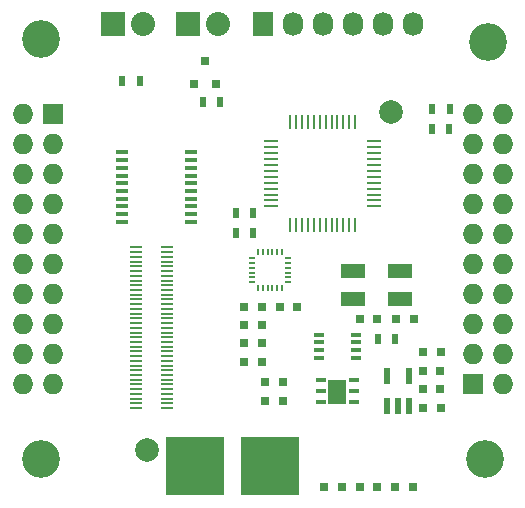
<source format=gbr>
G04 #@! TF.FileFunction,Soldermask,Top*
%FSLAX46Y46*%
G04 Gerber Fmt 4.6, Leading zero omitted, Abs format (unit mm)*
G04 Created by KiCad (PCBNEW 4.0.0-rc2-stable) date 7/27/2016 7:09:46 AM*
%MOMM*%
G01*
G04 APERTURE LIST*
%ADD10C,0.100000*%
%ADD11C,3.200000*%
%ADD12R,0.800000X0.750000*%
%ADD13R,0.797560X0.797560*%
%ADD14R,2.032000X2.032000*%
%ADD15O,2.032000X2.032000*%
%ADD16R,1.727200X1.727200*%
%ADD17O,1.727200X1.727200*%
%ADD18R,1.727200X2.032000*%
%ADD19O,1.727200X2.032000*%
%ADD20R,5.000000X5.000000*%
%ADD21R,0.800100X0.800100*%
%ADD22R,0.500000X0.900000*%
%ADD23C,1.998980*%
%ADD24R,1.137920X0.198120*%
%ADD25R,0.812800X0.406400*%
%ADD26R,1.498600X2.006600*%
%ADD27R,0.558800X1.320800*%
%ADD28R,0.600000X0.230000*%
%ADD29R,0.230000X0.600000*%
%ADD30R,0.990600X0.304800*%
%ADD31R,0.812800X0.355600*%
%ADD32R,0.250000X1.300000*%
%ADD33R,1.300000X0.250000*%
%ADD34R,2.000000X1.300000*%
G04 APERTURE END LIST*
D10*
D11*
X123984000Y-119400000D03*
X161576000Y-119400000D03*
X161830000Y-84094000D03*
X123984000Y-83840000D03*
D12*
X156355600Y-115084540D03*
X157855600Y-115084540D03*
X142982500Y-114502880D03*
X144482500Y-114502880D03*
X142969800Y-112884900D03*
X144469800Y-112884900D03*
X144216940Y-106557760D03*
X145716940Y-106557760D03*
X141214660Y-106557760D03*
X142714660Y-106557760D03*
X142699420Y-108104620D03*
X141199420Y-108104620D03*
X141222280Y-111228820D03*
X142722280Y-111228820D03*
X141222280Y-109628620D03*
X142722280Y-109628620D03*
X156355600Y-110375380D03*
X157855600Y-110375380D03*
X156325120Y-113514820D03*
X157825120Y-113514820D03*
X156325120Y-111929860D03*
X157825120Y-111929860D03*
X152483500Y-107586460D03*
X150983500Y-107586460D03*
X154079760Y-107599160D03*
X155579760Y-107599160D03*
D13*
X150976580Y-121759660D03*
X152475180Y-121759660D03*
X149457660Y-121759660D03*
X147959060Y-121759660D03*
X155477460Y-121759660D03*
X153978860Y-121759660D03*
D14*
X130080000Y-82570000D03*
D15*
X132620000Y-82570000D03*
D16*
X125000000Y-90190000D03*
D17*
X122460000Y-90190000D03*
X125000000Y-92730000D03*
X122460000Y-92730000D03*
X125000000Y-95270000D03*
X122460000Y-95270000D03*
X125000000Y-97810000D03*
X122460000Y-97810000D03*
X125000000Y-100350000D03*
X122460000Y-100350000D03*
X125000000Y-102890000D03*
X122460000Y-102890000D03*
X125000000Y-105430000D03*
X122460000Y-105430000D03*
X125000000Y-107970000D03*
X122460000Y-107970000D03*
X125000000Y-110510000D03*
X122460000Y-110510000D03*
X125000000Y-113050000D03*
X122460000Y-113050000D03*
D14*
X136430000Y-82570000D03*
D15*
X138970000Y-82570000D03*
D18*
X142780000Y-82570000D03*
D19*
X145320000Y-82570000D03*
X147860000Y-82570000D03*
X150400000Y-82570000D03*
X152940000Y-82570000D03*
X155480000Y-82570000D03*
D20*
X137065000Y-120035000D03*
X143415000Y-120035000D03*
D16*
X160560000Y-113050000D03*
D17*
X163100000Y-113050000D03*
X160560000Y-110510000D03*
X163100000Y-110510000D03*
X160560000Y-107970000D03*
X163100000Y-107970000D03*
X160560000Y-105430000D03*
X163100000Y-105430000D03*
X160560000Y-102890000D03*
X163100000Y-102890000D03*
X160560000Y-100350000D03*
X163100000Y-100350000D03*
X160560000Y-97810000D03*
X163100000Y-97810000D03*
X160560000Y-95270000D03*
X163100000Y-95270000D03*
X160560000Y-92730000D03*
X163100000Y-92730000D03*
X160560000Y-90190000D03*
X163100000Y-90190000D03*
D21*
X136940500Y-87698260D03*
X138840500Y-87698260D03*
X137890500Y-85699280D03*
D22*
X132371780Y-87375680D03*
X130871780Y-87375680D03*
X137701840Y-89222260D03*
X139201840Y-89222260D03*
X140495840Y-100245860D03*
X141995840Y-100245860D03*
X140480600Y-98579620D03*
X141980600Y-98579620D03*
X152502420Y-109245080D03*
X154002420Y-109245080D03*
X158587120Y-91462540D03*
X157087120Y-91462540D03*
X157132840Y-89816620D03*
X158632840Y-89816620D03*
D23*
X153608020Y-90002040D03*
X133008620Y-118691340D03*
D24*
X132058660Y-115102320D03*
X134697720Y-115102320D03*
X132058660Y-114701000D03*
X134697720Y-114701000D03*
X132058660Y-114302220D03*
X134697720Y-114302220D03*
X132058660Y-113900900D03*
X134697720Y-113900900D03*
X132058660Y-113502120D03*
X134697720Y-113502120D03*
X132058660Y-113100800D03*
X134697720Y-113100800D03*
X132058660Y-112702020D03*
X134697720Y-112702020D03*
X132058660Y-112300700D03*
X134697720Y-112300700D03*
X132058660Y-111901920D03*
X134697720Y-111901920D03*
X132058660Y-111500600D03*
X134697720Y-111500600D03*
X132058660Y-111101820D03*
X134697720Y-111101820D03*
X132058660Y-110700500D03*
X134697720Y-110700500D03*
X132058660Y-110301720D03*
X134697720Y-110301720D03*
X132058660Y-109900400D03*
X134697720Y-109900400D03*
X132058660Y-109501620D03*
X134697720Y-109501620D03*
X132058660Y-109100300D03*
X134697720Y-109100300D03*
X132058660Y-108701520D03*
X134697720Y-108701520D03*
X132058660Y-108300200D03*
X134697720Y-108300200D03*
X132058660Y-107901420D03*
X134697720Y-107901420D03*
X132058660Y-107500100D03*
X134697720Y-107500100D03*
X132058660Y-107101320D03*
X134697720Y-107101320D03*
X132058660Y-106700000D03*
X134697720Y-106700000D03*
X132058660Y-106301220D03*
X134697720Y-106301220D03*
X132058660Y-105902440D03*
X134697720Y-105902440D03*
X132058660Y-105501120D03*
X134697720Y-105501120D03*
X132058660Y-105102340D03*
X134697720Y-105102340D03*
X132058660Y-104701020D03*
X134697720Y-104701020D03*
X132058660Y-104302240D03*
X134697720Y-104302240D03*
X132058660Y-103900920D03*
X134697720Y-103900920D03*
X132058660Y-103502140D03*
X134697720Y-103502140D03*
X132058660Y-103100820D03*
X134697720Y-103100820D03*
X132058660Y-102702040D03*
X134697720Y-102702040D03*
X132058660Y-102300720D03*
X134697720Y-102300720D03*
X132058660Y-101901940D03*
X134697720Y-101901940D03*
X132058660Y-101500620D03*
X134697720Y-101500620D03*
D25*
X147733000Y-112745200D03*
X147733000Y-113685000D03*
X147733000Y-114624800D03*
X150527000Y-114624800D03*
X150527000Y-113685000D03*
X150527000Y-112745200D03*
D26*
X149104600Y-113710400D03*
D27*
X153270200Y-114955000D03*
X154210000Y-114955000D03*
X155149800Y-114955000D03*
X155149800Y-112415000D03*
X153270200Y-112415000D03*
D28*
X141904840Y-102425940D03*
X141904840Y-102825940D03*
X141904840Y-103225940D03*
X141904840Y-103625940D03*
X141904840Y-104025940D03*
X141904840Y-104425940D03*
D29*
X142404840Y-104925940D03*
X142804840Y-104925940D03*
X143204840Y-104925940D03*
X143604840Y-104925940D03*
X144004840Y-104925940D03*
X144404840Y-104925940D03*
D28*
X144904840Y-104425940D03*
X144904840Y-104025940D03*
X144904840Y-103625940D03*
X144904840Y-103225940D03*
X144904840Y-102825940D03*
X144904840Y-102425940D03*
D29*
X144404840Y-101925940D03*
X144004840Y-101925940D03*
X143604840Y-101925940D03*
X143204840Y-101925940D03*
X142804840Y-101925940D03*
X142404840Y-101925940D03*
D30*
X136739220Y-99310060D03*
X136739220Y-98660060D03*
X136739220Y-98010060D03*
X136739220Y-97360060D03*
X136739220Y-96710060D03*
X136739220Y-96060060D03*
X136739220Y-95410060D03*
X136739220Y-94760060D03*
X130903620Y-94760060D03*
X130903620Y-95410060D03*
X130903620Y-96060060D03*
X130903620Y-96710060D03*
X130903620Y-97360060D03*
X130903620Y-98010060D03*
X130903620Y-98660060D03*
X130903620Y-99310060D03*
X136739220Y-94110060D03*
X136739220Y-93460060D03*
X130903620Y-94110060D03*
X130903620Y-93460060D03*
D31*
X147580600Y-108884400D03*
X147580600Y-109544800D03*
X147580600Y-110205200D03*
X147580600Y-110865600D03*
X150679400Y-110865600D03*
X150679400Y-110205200D03*
X150679400Y-109544800D03*
X150679400Y-108884400D03*
D32*
X145110000Y-99620000D03*
X145610000Y-99620000D03*
X146110000Y-99620000D03*
X146610000Y-99620000D03*
X147110000Y-99620000D03*
X147610000Y-99620000D03*
X148110000Y-99620000D03*
X148610000Y-99620000D03*
X149110000Y-99620000D03*
X149610000Y-99620000D03*
X150110000Y-99620000D03*
X150610000Y-99620000D03*
D33*
X152210000Y-98020000D03*
X152210000Y-97520000D03*
X152210000Y-97020000D03*
X152210000Y-96520000D03*
X152210000Y-96020000D03*
X152210000Y-95520000D03*
X152210000Y-95020000D03*
X152210000Y-94520000D03*
X152210000Y-94020000D03*
X152210000Y-93520000D03*
X152210000Y-93020000D03*
X152210000Y-92520000D03*
D32*
X150610000Y-90920000D03*
X150110000Y-90920000D03*
X149610000Y-90920000D03*
X149110000Y-90920000D03*
X148610000Y-90920000D03*
X148110000Y-90920000D03*
X147610000Y-90920000D03*
X147110000Y-90920000D03*
X146610000Y-90920000D03*
X146110000Y-90920000D03*
X145610000Y-90920000D03*
X145110000Y-90920000D03*
D33*
X143510000Y-92520000D03*
X143510000Y-93020000D03*
X143510000Y-93520000D03*
X143510000Y-94020000D03*
X143510000Y-94520000D03*
X143510000Y-95020000D03*
X143510000Y-95520000D03*
X143510000Y-96020000D03*
X143510000Y-96520000D03*
X143510000Y-97020000D03*
X143510000Y-97520000D03*
X143510000Y-98020000D03*
D34*
X154432000Y-103468000D03*
X150432000Y-103468000D03*
X150432000Y-105868000D03*
X154432000Y-105868000D03*
M02*

</source>
